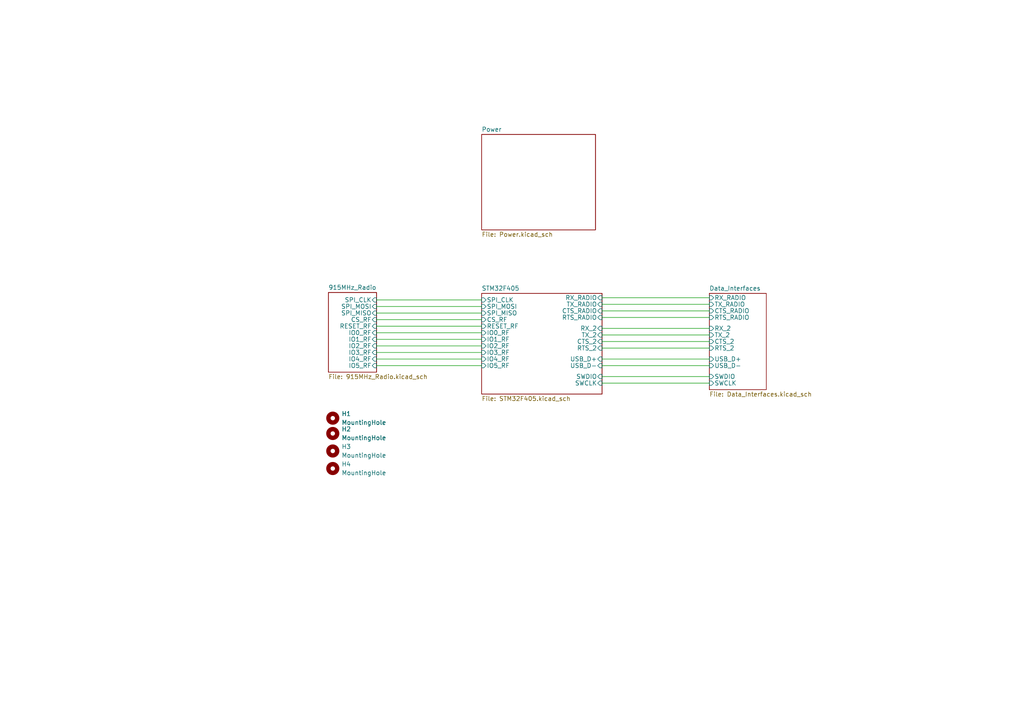
<source format=kicad_sch>
(kicad_sch (version 20211123) (generator eeschema)
  (paper "A4")
  (lib_symbols
    (symbol "Mechanical:MountingHole" (pin_names (offset 1.016))
      (property "Reference" "H" (at 0 5.08 0))
      (property "Value" "MountingHole" (at 0 3.175 0))
      (symbol "MountingHole_0_1"
        (circle (center 0 0) (radius 1.27) (stroke (width 1.27)))
      )
    )
  )
  (wire (pts (xy 174.625 92.075) (xy 205.74 92.075)))
  (wire (pts (xy 174.625 111.125) (xy 205.74 111.125)))
  (wire (pts (xy 174.625 100.965) (xy 205.74 100.965)))
  (wire (pts (xy 109.22 104.14) (xy 139.7 104.14)))
  (wire (pts (xy 109.22 88.9) (xy 139.7 88.9)))
  (wire (pts (xy 174.625 90.17) (xy 205.74 90.17)))
  (wire (pts (xy 109.22 100.33) (xy 139.7 100.33)))
  (wire (pts (xy 174.625 86.36) (xy 205.74 86.36)))
  (wire (pts (xy 109.22 102.235) (xy 139.7 102.235)))
  (wire (pts (xy 174.625 99.06) (xy 205.74 99.06)))
  (wire (pts (xy 109.22 98.425) (xy 139.7 98.425)))
  (wire (pts (xy 109.22 92.71) (xy 139.7 92.71)))
  (wire (pts (xy 174.625 97.155) (xy 205.74 97.155)))
  (wire (pts (xy 174.625 109.22) (xy 205.74 109.22)))
  (wire (pts (xy 174.625 104.14) (xy 205.74 104.14)))
  (wire (pts (xy 174.625 106.045) (xy 205.74 106.045)))
  (wire (pts (xy 174.625 95.25) (xy 205.74 95.25)))
  (wire (pts (xy 109.22 96.52) (xy 139.7 96.52)))
  (wire (pts (xy 109.22 106.045) (xy 139.7 106.045)))
  (wire (pts (xy 109.22 94.615) (xy 139.7 94.615)))
  (wire (pts (xy 109.22 86.995) (xy 139.7 86.995)))
  (wire (pts (xy 109.22 90.805) (xy 139.7 90.805)))
  (wire (pts (xy 174.625 88.265) (xy 205.74 88.265)))
  (symbol (lib_id "Mechanical:MountingHole") (at 96.52 125.73 0) (unit 1)
    (property "Reference" "H2" (at 99.06 124.4599 0) (effects (justify left)))
    (property "Value" "MountingHole" (at 99.06 126.9999 0) (effects (justify left)))
    (property "Footprint" "MountingHole:MountingHole_2.5mm_Pad" (effects hide))
  )
  (symbol (lib_id "Mechanical:MountingHole") (at 96.52 121.285 0) (unit 1)
    (property "Reference" "H1" (at 99.06 120.0149 0) (effects (justify left)))
    (property "Value" "MountingHole" (at 99.06 122.5549 0) (effects (justify left)))
    (property "Footprint" "MountingHole:MountingHole_2.5mm_Pad" (effects hide))
  )
  (symbol (lib_id "Mechanical:MountingHole") (at 96.52 135.89 0) (unit 1)
    (property "Reference" "H4" (at 99.06 134.6199 0) (effects (justify left)))
    (property "Value" "MountingHole" (at 99.06 137.1599 0) (effects (justify left)))
    (property "Footprint" "MountingHole:MountingHole_2.5mm_Pad" (effects hide))
  )
  (symbol (lib_id "Mechanical:MountingHole") (at 96.52 130.81 0) (unit 1)
    (property "Reference" "H3" (at 99.06 129.5399 0) (effects (justify left)))
    (property "Value" "MountingHole" (at 99.06 132.0799 0) (effects (justify left)))
    (property "Footprint" "MountingHole:MountingHole_2.5mm_Pad" (effects hide))
  )
  (sheet (at 95.25 84.836) (size 13.97 23.114) (stroke (width 0.1524))
    (property "Sheet name" "915MHz_Radio" (at 95.25 84.1244 0) (effects (justify left bottom)))
    (property "Sheet file" "915MHz_Radio.kicad_sch" (at 95.25 108.5346 0) (effects (justify left top)))
    (pin "IO5_RF" input (at 109.22 106.045 0))
    (pin "IO0_RF" input (at 109.22 96.52 0))
    (pin "IO1_RF" input (at 109.22 98.425 0))
    (pin "IO2_RF" input (at 109.22 100.33 0))
    (pin "IO3_RF" input (at 109.22 102.235 0))
    (pin "IO4_RF" input (at 109.22 104.14 0))
    (pin "SPI_MOSI" input (at 109.22 88.9 0))
    (pin "CS_RF" input (at 109.22 92.71 0))
    (pin "RESET_RF" input (at 109.22 94.615 0))
    (pin "SPI_MISO" input (at 109.22 90.805 0))
    (pin "SPI_CLK" input (at 109.22 86.995 0))
  )
  (sheet (at 139.7 85.09) (size 34.925 29.21) (stroke (width 0.1524))
    (property "Sheet name" "STM32F405" (at 139.7 84.3784 0) (effects (justify left bottom)))
    (property "Sheet file" "STM32F405.kicad_sch" (at 139.7 114.8846 0) (effects (justify left top)))
    (pin "IO3_RF" input (at 139.7 102.235 180))
    (pin "IO4_RF" input (at 139.7 104.14 180))
    (pin "SPI_CLK" input (at 139.7 86.995 180))
    (pin "SPI_MISO" input (at 139.7 90.805 180))
    (pin "CS_RF" input (at 139.7 92.71 180))
    (pin "SPI_MOSI" input (at 139.7 88.9 180))
    (pin "USB_D-" input (at 174.625 106.045 0))
    (pin "TX_2" input (at 174.625 97.155 0))
    (pin "RX_2" input (at 174.625 95.25 0))
    (pin "RTS_2" input (at 174.625 100.965 0))
    (pin "CTS_2" input (at 174.625 99.06 0))
    (pin "IO1_RF" input (at 139.7 98.425 180))
    (pin "IO2_RF" input (at 139.7 100.33 180))
    (pin "TX_RADIO" input (at 174.625 88.265 0))
    (pin "IO5_RF" input (at 139.7 106.045 180))
    (pin "USB_D+" input (at 174.625 104.14 0))
    (pin "RESET_RF" input (at 139.7 94.615 180))
    (pin "IO0_RF" input (at 139.7 96.52 180))
    (pin "SWCLK" input (at 174.625 111.125 0))
    (pin "CTS_RADIO" input (at 174.625 90.17 0))
    (pin "SWDIO" input (at 174.625 109.22 0))
    (pin "RTS_RADIO" input (at 174.625 92.075 0))
    (pin "RX_RADIO" input (at 174.625 86.36 0))
  )
  (sheet (at 139.7 38.989) (size 33.02 27.686) (stroke (width 0.1524))
    (property "Sheet name" "Power" (at 139.7 38.2774 0) (effects (justify left bottom)))
    (property "Sheet file" "Power.kicad_sch" (at 139.7 67.2596 0) (effects (justify left top)))
  )
  (sheet (at 205.74 85.09) (size 16.51 27.94) (stroke (width 0.1524))
    (property "Sheet name" "Data_Interfaces" (at 205.74 84.3784 0) (effects (justify left bottom)))
    (property "Sheet file" "Data_Interfaces.kicad_sch" (at 205.74 113.6146 0) (effects (justify left top)))
    (pin "CTS_2" input (at 205.74 99.06 180))
    (pin "TX_2" input (at 205.74 97.155 180))
    (pin "RX_2" input (at 205.74 95.25 180))
    (pin "RTS_2" input (at 205.74 100.965 180))
    (pin "SWDIO" input (at 205.74 109.22 180))
    (pin "SWCLK" input (at 205.74 111.125 180))
    (pin "RX_RADIO" input (at 205.74 86.36 180))
    (pin "TX_RADIO" input (at 205.74 88.265 180))
    (pin "CTS_RADIO" input (at 205.74 90.17 180))
    (pin "RTS_RADIO" input (at 205.74 92.075 180))
    (pin "USB_D-" input (at 205.74 106.045 180))
    (pin "USB_D+" input (at 205.74 104.14 180))
  )
)
</source>
